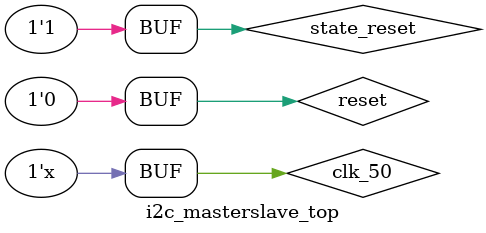
<source format=v>
/* I2C - MASTER SLAVE  

*/

module i2c_masterslave_top();

wire sda;
wire scl;
reg clk_50;
reg reset;
reg state_reset;

i2c_master i2c_master_m1(sda,scl,clk_50,reset,state_reset);

//i2c_slave i2c_slave_s1(sda,scl,clk_50,reset,state_reset);

initial
begin
	clk_50=0;
	reset=0;
	//mode=1;

	#5 reset =1;
	#2 reset = 0;

	#35 state_reset = 1;
	#3 state_reset =0;
	#1 state_reset =1;
	
	//#7248
	
	//mode =0;
	//#5 reset =1;
	//#2 reset = 0;

	//#35 state_reset = 1;
	//#3 state_reset =0;
	//#1 state_reset =1;
	
	
end

always 
	#5 clk_50=~clk_50;
endmodule 
</source>
